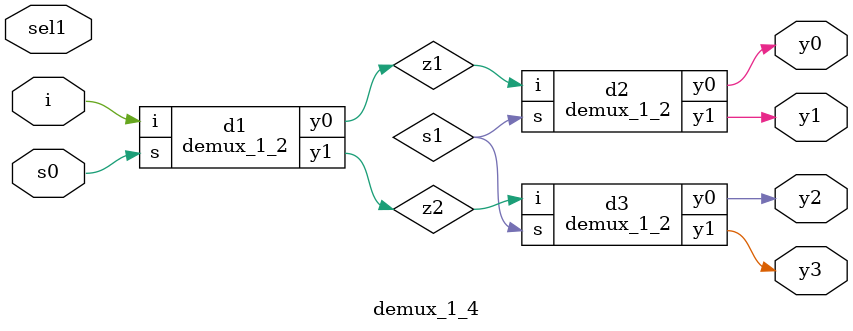
<source format=v>
module demux_1_2(
  input s,
  input i,
  output y0, y1);
  
  assign {y0,y1} = s?{1'b0,i}: {i,1'b0};
endmodule

module demux_1_4(
  input s0, sel1,
  input  i,
  output  y0, y1, y2, y3);
  
  wire z1,z2;
  
  demux_1_2 d1(s0, i, z1, z2);
  demux_1_2 d2(s1, z1, y0, y1);
  demux_1_2 d3(s1, z2, y2, y3);
endmodule

</source>
